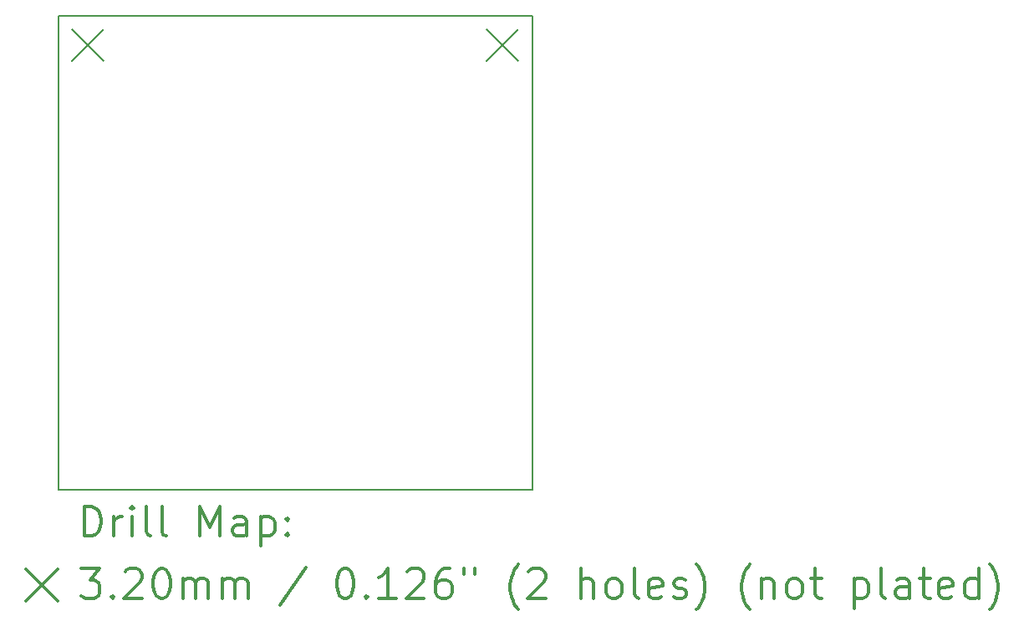
<source format=gbr>
%FSLAX45Y45*%
G04 Gerber Fmt 4.5, Leading zero omitted, Abs format (unit mm)*
G04 Created by KiCad (PCBNEW 4.0.5) date 02/15/17 00:10:32*
%MOMM*%
%LPD*%
G01*
G04 APERTURE LIST*
%ADD10C,0.127000*%
%ADD11C,0.150000*%
%ADD12C,0.200000*%
%ADD13C,0.300000*%
G04 APERTURE END LIST*
D10*
D11*
X11510000Y-13490000D02*
X6710000Y-13490000D01*
X11510000Y-8690000D02*
X11510000Y-13490000D01*
X11310000Y-8690000D02*
X11510000Y-8690000D01*
X6710000Y-8690000D02*
X11310000Y-8690000D01*
X6710000Y-13490000D02*
X6710000Y-8690000D01*
D12*
X6850000Y-8830000D02*
X7170000Y-9150000D01*
X7170000Y-8830000D02*
X6850000Y-9150000D01*
X11050000Y-8830000D02*
X11370000Y-9150000D01*
X11370000Y-8830000D02*
X11050000Y-9150000D01*
D13*
X6973928Y-13963214D02*
X6973928Y-13663214D01*
X7045357Y-13663214D01*
X7088214Y-13677500D01*
X7116786Y-13706071D01*
X7131071Y-13734643D01*
X7145357Y-13791786D01*
X7145357Y-13834643D01*
X7131071Y-13891786D01*
X7116786Y-13920357D01*
X7088214Y-13948929D01*
X7045357Y-13963214D01*
X6973928Y-13963214D01*
X7273928Y-13963214D02*
X7273928Y-13763214D01*
X7273928Y-13820357D02*
X7288214Y-13791786D01*
X7302500Y-13777500D01*
X7331071Y-13763214D01*
X7359643Y-13763214D01*
X7459643Y-13963214D02*
X7459643Y-13763214D01*
X7459643Y-13663214D02*
X7445357Y-13677500D01*
X7459643Y-13691786D01*
X7473928Y-13677500D01*
X7459643Y-13663214D01*
X7459643Y-13691786D01*
X7645357Y-13963214D02*
X7616786Y-13948929D01*
X7602500Y-13920357D01*
X7602500Y-13663214D01*
X7802500Y-13963214D02*
X7773928Y-13948929D01*
X7759643Y-13920357D01*
X7759643Y-13663214D01*
X8145357Y-13963214D02*
X8145357Y-13663214D01*
X8245357Y-13877500D01*
X8345357Y-13663214D01*
X8345357Y-13963214D01*
X8616786Y-13963214D02*
X8616786Y-13806071D01*
X8602500Y-13777500D01*
X8573929Y-13763214D01*
X8516786Y-13763214D01*
X8488214Y-13777500D01*
X8616786Y-13948929D02*
X8588214Y-13963214D01*
X8516786Y-13963214D01*
X8488214Y-13948929D01*
X8473929Y-13920357D01*
X8473929Y-13891786D01*
X8488214Y-13863214D01*
X8516786Y-13848929D01*
X8588214Y-13848929D01*
X8616786Y-13834643D01*
X8759643Y-13763214D02*
X8759643Y-14063214D01*
X8759643Y-13777500D02*
X8788214Y-13763214D01*
X8845357Y-13763214D01*
X8873929Y-13777500D01*
X8888214Y-13791786D01*
X8902500Y-13820357D01*
X8902500Y-13906071D01*
X8888214Y-13934643D01*
X8873929Y-13948929D01*
X8845357Y-13963214D01*
X8788214Y-13963214D01*
X8759643Y-13948929D01*
X9031071Y-13934643D02*
X9045357Y-13948929D01*
X9031071Y-13963214D01*
X9016786Y-13948929D01*
X9031071Y-13934643D01*
X9031071Y-13963214D01*
X9031071Y-13777500D02*
X9045357Y-13791786D01*
X9031071Y-13806071D01*
X9016786Y-13791786D01*
X9031071Y-13777500D01*
X9031071Y-13806071D01*
X6382500Y-14297500D02*
X6702500Y-14617500D01*
X6702500Y-14297500D02*
X6382500Y-14617500D01*
X6945357Y-14293214D02*
X7131071Y-14293214D01*
X7031071Y-14407500D01*
X7073928Y-14407500D01*
X7102500Y-14421786D01*
X7116786Y-14436071D01*
X7131071Y-14464643D01*
X7131071Y-14536071D01*
X7116786Y-14564643D01*
X7102500Y-14578929D01*
X7073928Y-14593214D01*
X6988214Y-14593214D01*
X6959643Y-14578929D01*
X6945357Y-14564643D01*
X7259643Y-14564643D02*
X7273928Y-14578929D01*
X7259643Y-14593214D01*
X7245357Y-14578929D01*
X7259643Y-14564643D01*
X7259643Y-14593214D01*
X7388214Y-14321786D02*
X7402500Y-14307500D01*
X7431071Y-14293214D01*
X7502500Y-14293214D01*
X7531071Y-14307500D01*
X7545357Y-14321786D01*
X7559643Y-14350357D01*
X7559643Y-14378929D01*
X7545357Y-14421786D01*
X7373928Y-14593214D01*
X7559643Y-14593214D01*
X7745357Y-14293214D02*
X7773928Y-14293214D01*
X7802500Y-14307500D01*
X7816786Y-14321786D01*
X7831071Y-14350357D01*
X7845357Y-14407500D01*
X7845357Y-14478929D01*
X7831071Y-14536071D01*
X7816786Y-14564643D01*
X7802500Y-14578929D01*
X7773928Y-14593214D01*
X7745357Y-14593214D01*
X7716786Y-14578929D01*
X7702500Y-14564643D01*
X7688214Y-14536071D01*
X7673928Y-14478929D01*
X7673928Y-14407500D01*
X7688214Y-14350357D01*
X7702500Y-14321786D01*
X7716786Y-14307500D01*
X7745357Y-14293214D01*
X7973928Y-14593214D02*
X7973928Y-14393214D01*
X7973928Y-14421786D02*
X7988214Y-14407500D01*
X8016786Y-14393214D01*
X8059643Y-14393214D01*
X8088214Y-14407500D01*
X8102500Y-14436071D01*
X8102500Y-14593214D01*
X8102500Y-14436071D02*
X8116786Y-14407500D01*
X8145357Y-14393214D01*
X8188214Y-14393214D01*
X8216786Y-14407500D01*
X8231071Y-14436071D01*
X8231071Y-14593214D01*
X8373928Y-14593214D02*
X8373928Y-14393214D01*
X8373928Y-14421786D02*
X8388214Y-14407500D01*
X8416786Y-14393214D01*
X8459643Y-14393214D01*
X8488214Y-14407500D01*
X8502500Y-14436071D01*
X8502500Y-14593214D01*
X8502500Y-14436071D02*
X8516786Y-14407500D01*
X8545357Y-14393214D01*
X8588214Y-14393214D01*
X8616786Y-14407500D01*
X8631071Y-14436071D01*
X8631071Y-14593214D01*
X9216786Y-14278929D02*
X8959643Y-14664643D01*
X9602500Y-14293214D02*
X9631071Y-14293214D01*
X9659643Y-14307500D01*
X9673928Y-14321786D01*
X9688214Y-14350357D01*
X9702500Y-14407500D01*
X9702500Y-14478929D01*
X9688214Y-14536071D01*
X9673928Y-14564643D01*
X9659643Y-14578929D01*
X9631071Y-14593214D01*
X9602500Y-14593214D01*
X9573928Y-14578929D01*
X9559643Y-14564643D01*
X9545357Y-14536071D01*
X9531071Y-14478929D01*
X9531071Y-14407500D01*
X9545357Y-14350357D01*
X9559643Y-14321786D01*
X9573928Y-14307500D01*
X9602500Y-14293214D01*
X9831071Y-14564643D02*
X9845357Y-14578929D01*
X9831071Y-14593214D01*
X9816786Y-14578929D01*
X9831071Y-14564643D01*
X9831071Y-14593214D01*
X10131071Y-14593214D02*
X9959643Y-14593214D01*
X10045357Y-14593214D02*
X10045357Y-14293214D01*
X10016786Y-14336071D01*
X9988214Y-14364643D01*
X9959643Y-14378929D01*
X10245357Y-14321786D02*
X10259643Y-14307500D01*
X10288214Y-14293214D01*
X10359643Y-14293214D01*
X10388214Y-14307500D01*
X10402500Y-14321786D01*
X10416786Y-14350357D01*
X10416786Y-14378929D01*
X10402500Y-14421786D01*
X10231071Y-14593214D01*
X10416786Y-14593214D01*
X10673928Y-14293214D02*
X10616786Y-14293214D01*
X10588214Y-14307500D01*
X10573928Y-14321786D01*
X10545357Y-14364643D01*
X10531071Y-14421786D01*
X10531071Y-14536071D01*
X10545357Y-14564643D01*
X10559643Y-14578929D01*
X10588214Y-14593214D01*
X10645357Y-14593214D01*
X10673928Y-14578929D01*
X10688214Y-14564643D01*
X10702500Y-14536071D01*
X10702500Y-14464643D01*
X10688214Y-14436071D01*
X10673928Y-14421786D01*
X10645357Y-14407500D01*
X10588214Y-14407500D01*
X10559643Y-14421786D01*
X10545357Y-14436071D01*
X10531071Y-14464643D01*
X10816786Y-14293214D02*
X10816786Y-14350357D01*
X10931071Y-14293214D02*
X10931071Y-14350357D01*
X11373928Y-14707500D02*
X11359643Y-14693214D01*
X11331071Y-14650357D01*
X11316785Y-14621786D01*
X11302500Y-14578929D01*
X11288214Y-14507500D01*
X11288214Y-14450357D01*
X11302500Y-14378929D01*
X11316785Y-14336071D01*
X11331071Y-14307500D01*
X11359643Y-14264643D01*
X11373928Y-14250357D01*
X11473928Y-14321786D02*
X11488214Y-14307500D01*
X11516785Y-14293214D01*
X11588214Y-14293214D01*
X11616785Y-14307500D01*
X11631071Y-14321786D01*
X11645357Y-14350357D01*
X11645357Y-14378929D01*
X11631071Y-14421786D01*
X11459643Y-14593214D01*
X11645357Y-14593214D01*
X12002500Y-14593214D02*
X12002500Y-14293214D01*
X12131071Y-14593214D02*
X12131071Y-14436071D01*
X12116785Y-14407500D01*
X12088214Y-14393214D01*
X12045357Y-14393214D01*
X12016785Y-14407500D01*
X12002500Y-14421786D01*
X12316785Y-14593214D02*
X12288214Y-14578929D01*
X12273928Y-14564643D01*
X12259643Y-14536071D01*
X12259643Y-14450357D01*
X12273928Y-14421786D01*
X12288214Y-14407500D01*
X12316785Y-14393214D01*
X12359643Y-14393214D01*
X12388214Y-14407500D01*
X12402500Y-14421786D01*
X12416785Y-14450357D01*
X12416785Y-14536071D01*
X12402500Y-14564643D01*
X12388214Y-14578929D01*
X12359643Y-14593214D01*
X12316785Y-14593214D01*
X12588214Y-14593214D02*
X12559643Y-14578929D01*
X12545357Y-14550357D01*
X12545357Y-14293214D01*
X12816786Y-14578929D02*
X12788214Y-14593214D01*
X12731071Y-14593214D01*
X12702500Y-14578929D01*
X12688214Y-14550357D01*
X12688214Y-14436071D01*
X12702500Y-14407500D01*
X12731071Y-14393214D01*
X12788214Y-14393214D01*
X12816786Y-14407500D01*
X12831071Y-14436071D01*
X12831071Y-14464643D01*
X12688214Y-14493214D01*
X12945357Y-14578929D02*
X12973928Y-14593214D01*
X13031071Y-14593214D01*
X13059643Y-14578929D01*
X13073928Y-14550357D01*
X13073928Y-14536071D01*
X13059643Y-14507500D01*
X13031071Y-14493214D01*
X12988214Y-14493214D01*
X12959643Y-14478929D01*
X12945357Y-14450357D01*
X12945357Y-14436071D01*
X12959643Y-14407500D01*
X12988214Y-14393214D01*
X13031071Y-14393214D01*
X13059643Y-14407500D01*
X13173928Y-14707500D02*
X13188214Y-14693214D01*
X13216786Y-14650357D01*
X13231071Y-14621786D01*
X13245357Y-14578929D01*
X13259643Y-14507500D01*
X13259643Y-14450357D01*
X13245357Y-14378929D01*
X13231071Y-14336071D01*
X13216786Y-14307500D01*
X13188214Y-14264643D01*
X13173928Y-14250357D01*
X13716786Y-14707500D02*
X13702500Y-14693214D01*
X13673928Y-14650357D01*
X13659643Y-14621786D01*
X13645357Y-14578929D01*
X13631071Y-14507500D01*
X13631071Y-14450357D01*
X13645357Y-14378929D01*
X13659643Y-14336071D01*
X13673928Y-14307500D01*
X13702500Y-14264643D01*
X13716786Y-14250357D01*
X13831071Y-14393214D02*
X13831071Y-14593214D01*
X13831071Y-14421786D02*
X13845357Y-14407500D01*
X13873928Y-14393214D01*
X13916786Y-14393214D01*
X13945357Y-14407500D01*
X13959643Y-14436071D01*
X13959643Y-14593214D01*
X14145357Y-14593214D02*
X14116786Y-14578929D01*
X14102500Y-14564643D01*
X14088214Y-14536071D01*
X14088214Y-14450357D01*
X14102500Y-14421786D01*
X14116786Y-14407500D01*
X14145357Y-14393214D01*
X14188214Y-14393214D01*
X14216786Y-14407500D01*
X14231071Y-14421786D01*
X14245357Y-14450357D01*
X14245357Y-14536071D01*
X14231071Y-14564643D01*
X14216786Y-14578929D01*
X14188214Y-14593214D01*
X14145357Y-14593214D01*
X14331071Y-14393214D02*
X14445357Y-14393214D01*
X14373928Y-14293214D02*
X14373928Y-14550357D01*
X14388214Y-14578929D01*
X14416786Y-14593214D01*
X14445357Y-14593214D01*
X14773928Y-14393214D02*
X14773928Y-14693214D01*
X14773928Y-14407500D02*
X14802500Y-14393214D01*
X14859643Y-14393214D01*
X14888214Y-14407500D01*
X14902500Y-14421786D01*
X14916786Y-14450357D01*
X14916786Y-14536071D01*
X14902500Y-14564643D01*
X14888214Y-14578929D01*
X14859643Y-14593214D01*
X14802500Y-14593214D01*
X14773928Y-14578929D01*
X15088214Y-14593214D02*
X15059643Y-14578929D01*
X15045357Y-14550357D01*
X15045357Y-14293214D01*
X15331071Y-14593214D02*
X15331071Y-14436071D01*
X15316786Y-14407500D01*
X15288214Y-14393214D01*
X15231071Y-14393214D01*
X15202500Y-14407500D01*
X15331071Y-14578929D02*
X15302500Y-14593214D01*
X15231071Y-14593214D01*
X15202500Y-14578929D01*
X15188214Y-14550357D01*
X15188214Y-14521786D01*
X15202500Y-14493214D01*
X15231071Y-14478929D01*
X15302500Y-14478929D01*
X15331071Y-14464643D01*
X15431071Y-14393214D02*
X15545357Y-14393214D01*
X15473929Y-14293214D02*
X15473929Y-14550357D01*
X15488214Y-14578929D01*
X15516786Y-14593214D01*
X15545357Y-14593214D01*
X15759643Y-14578929D02*
X15731071Y-14593214D01*
X15673929Y-14593214D01*
X15645357Y-14578929D01*
X15631071Y-14550357D01*
X15631071Y-14436071D01*
X15645357Y-14407500D01*
X15673929Y-14393214D01*
X15731071Y-14393214D01*
X15759643Y-14407500D01*
X15773929Y-14436071D01*
X15773929Y-14464643D01*
X15631071Y-14493214D01*
X16031071Y-14593214D02*
X16031071Y-14293214D01*
X16031071Y-14578929D02*
X16002500Y-14593214D01*
X15945357Y-14593214D01*
X15916786Y-14578929D01*
X15902500Y-14564643D01*
X15888214Y-14536071D01*
X15888214Y-14450357D01*
X15902500Y-14421786D01*
X15916786Y-14407500D01*
X15945357Y-14393214D01*
X16002500Y-14393214D01*
X16031071Y-14407500D01*
X16145357Y-14707500D02*
X16159643Y-14693214D01*
X16188214Y-14650357D01*
X16202500Y-14621786D01*
X16216786Y-14578929D01*
X16231071Y-14507500D01*
X16231071Y-14450357D01*
X16216786Y-14378929D01*
X16202500Y-14336071D01*
X16188214Y-14307500D01*
X16159643Y-14264643D01*
X16145357Y-14250357D01*
M02*

</source>
